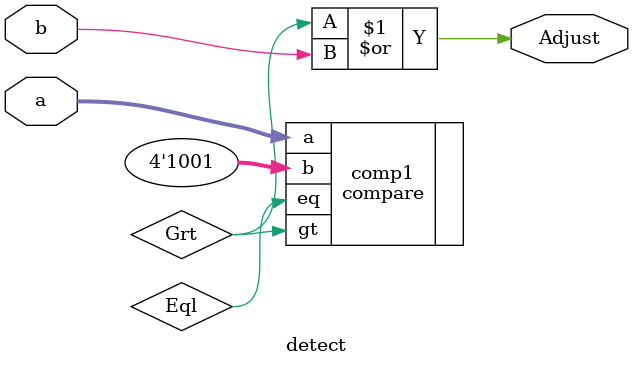
<source format=v>


// Description:
// ------------
// this module will check if sum is grater than 9 or Cout is set. if any one of these condtion is satisfied adjust will be set.

module detect (
output Adjust, 
input [3:0]a, // sum of adder 1
input b //Cout
);
wire Grt, Eql;

//check if sum is greater than 9 
compare #(.SIZE(4)) comp1(.eq(Eql),.gt(Grt),.a(a[3:0]) ,.b(4'b1001));

// if Grt or Cout is set we have to adjust the value
assign Adjust = Grt | b;

endmodule



</source>
